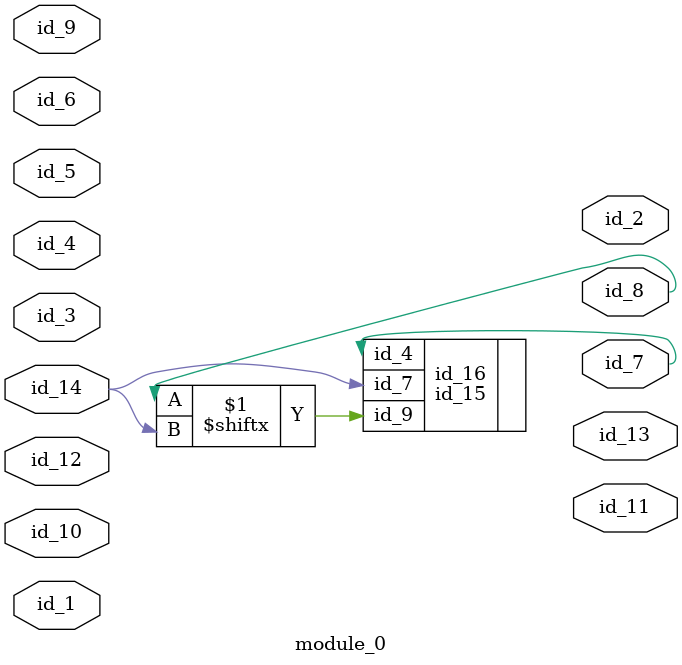
<source format=v>
module module_0 (
    id_1,
    id_2,
    id_3,
    id_4,
    id_5,
    id_6,
    id_7,
    id_8,
    id_9,
    id_10,
    id_11,
    id_12,
    id_13,
    id_14
);
  input id_14;
  output id_13;
  input id_12;
  output id_11;
  input id_10;
  input id_9;
  output id_8;
  output id_7;
  input id_6;
  input id_5;
  input id_4;
  input id_3;
  output id_2;
  input id_1;
  id_15 id_16 (
      .id_7(id_14),
      .id_9(id_8[id_14]),
      .id_4(id_7)
  );
  id_17 id_18 (
      .id_9 (id_3),
      .id_10(1)
  );
endmodule

</source>
